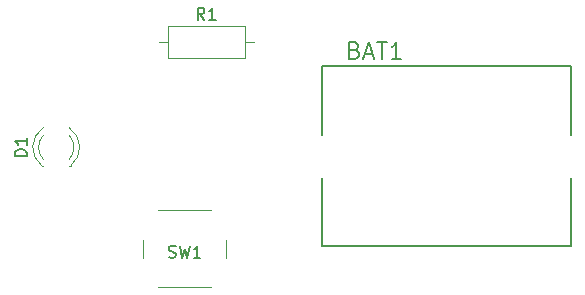
<source format=gbr>
%TF.GenerationSoftware,KiCad,Pcbnew,7.0.8*%
%TF.CreationDate,2023-10-10T10:39:53+02:00*%
%TF.ProjectId,test,74657374-2e6b-4696-9361-645f70636258,rev?*%
%TF.SameCoordinates,Original*%
%TF.FileFunction,Legend,Top*%
%TF.FilePolarity,Positive*%
%FSLAX46Y46*%
G04 Gerber Fmt 4.6, Leading zero omitted, Abs format (unit mm)*
G04 Created by KiCad (PCBNEW 7.0.8) date 2023-10-10 10:39:53*
%MOMM*%
%LPD*%
G01*
G04 APERTURE LIST*
%ADD10C,0.150000*%
%ADD11C,0.127000*%
%ADD12C,0.120000*%
G04 APERTURE END LIST*
D10*
X98925000Y-48928532D02*
X99125000Y-48995199D01*
X99125000Y-48995199D02*
X99191666Y-49061865D01*
X99191666Y-49061865D02*
X99258333Y-49195199D01*
X99258333Y-49195199D02*
X99258333Y-49395199D01*
X99258333Y-49395199D02*
X99191666Y-49528532D01*
X99191666Y-49528532D02*
X99125000Y-49595199D01*
X99125000Y-49595199D02*
X98991666Y-49661865D01*
X98991666Y-49661865D02*
X98458333Y-49661865D01*
X98458333Y-49661865D02*
X98458333Y-48261865D01*
X98458333Y-48261865D02*
X98925000Y-48261865D01*
X98925000Y-48261865D02*
X99058333Y-48328532D01*
X99058333Y-48328532D02*
X99125000Y-48395199D01*
X99125000Y-48395199D02*
X99191666Y-48528532D01*
X99191666Y-48528532D02*
X99191666Y-48661865D01*
X99191666Y-48661865D02*
X99125000Y-48795199D01*
X99125000Y-48795199D02*
X99058333Y-48861865D01*
X99058333Y-48861865D02*
X98925000Y-48928532D01*
X98925000Y-48928532D02*
X98458333Y-48928532D01*
X99791666Y-49261865D02*
X100458333Y-49261865D01*
X99658333Y-49661865D02*
X100125000Y-48261865D01*
X100125000Y-48261865D02*
X100591666Y-49661865D01*
X100858333Y-48261865D02*
X101658333Y-48261865D01*
X101258333Y-49661865D02*
X101258333Y-48261865D01*
X102858333Y-49661865D02*
X102058333Y-49661865D01*
X102458333Y-49661865D02*
X102458333Y-48261865D01*
X102458333Y-48261865D02*
X102325000Y-48461865D01*
X102325000Y-48461865D02*
X102191667Y-48595199D01*
X102191667Y-48595199D02*
X102058333Y-48661865D01*
X83196667Y-66447200D02*
X83339524Y-66494819D01*
X83339524Y-66494819D02*
X83577619Y-66494819D01*
X83577619Y-66494819D02*
X83672857Y-66447200D01*
X83672857Y-66447200D02*
X83720476Y-66399580D01*
X83720476Y-66399580D02*
X83768095Y-66304342D01*
X83768095Y-66304342D02*
X83768095Y-66209104D01*
X83768095Y-66209104D02*
X83720476Y-66113866D01*
X83720476Y-66113866D02*
X83672857Y-66066247D01*
X83672857Y-66066247D02*
X83577619Y-66018628D01*
X83577619Y-66018628D02*
X83387143Y-65971009D01*
X83387143Y-65971009D02*
X83291905Y-65923390D01*
X83291905Y-65923390D02*
X83244286Y-65875771D01*
X83244286Y-65875771D02*
X83196667Y-65780533D01*
X83196667Y-65780533D02*
X83196667Y-65685295D01*
X83196667Y-65685295D02*
X83244286Y-65590057D01*
X83244286Y-65590057D02*
X83291905Y-65542438D01*
X83291905Y-65542438D02*
X83387143Y-65494819D01*
X83387143Y-65494819D02*
X83625238Y-65494819D01*
X83625238Y-65494819D02*
X83768095Y-65542438D01*
X84101429Y-65494819D02*
X84339524Y-66494819D01*
X84339524Y-66494819D02*
X84530000Y-65780533D01*
X84530000Y-65780533D02*
X84720476Y-66494819D01*
X84720476Y-66494819D02*
X84958572Y-65494819D01*
X85863333Y-66494819D02*
X85291905Y-66494819D01*
X85577619Y-66494819D02*
X85577619Y-65494819D01*
X85577619Y-65494819D02*
X85482381Y-65637676D01*
X85482381Y-65637676D02*
X85387143Y-65732914D01*
X85387143Y-65732914D02*
X85291905Y-65780533D01*
X86193333Y-46344819D02*
X85860000Y-45868628D01*
X85621905Y-46344819D02*
X85621905Y-45344819D01*
X85621905Y-45344819D02*
X86002857Y-45344819D01*
X86002857Y-45344819D02*
X86098095Y-45392438D01*
X86098095Y-45392438D02*
X86145714Y-45440057D01*
X86145714Y-45440057D02*
X86193333Y-45535295D01*
X86193333Y-45535295D02*
X86193333Y-45678152D01*
X86193333Y-45678152D02*
X86145714Y-45773390D01*
X86145714Y-45773390D02*
X86098095Y-45821009D01*
X86098095Y-45821009D02*
X86002857Y-45868628D01*
X86002857Y-45868628D02*
X85621905Y-45868628D01*
X87145714Y-46344819D02*
X86574286Y-46344819D01*
X86860000Y-46344819D02*
X86860000Y-45344819D01*
X86860000Y-45344819D02*
X86764762Y-45487676D01*
X86764762Y-45487676D02*
X86669524Y-45582914D01*
X86669524Y-45582914D02*
X86574286Y-45630533D01*
X71154819Y-57888094D02*
X70154819Y-57888094D01*
X70154819Y-57888094D02*
X70154819Y-57649999D01*
X70154819Y-57649999D02*
X70202438Y-57507142D01*
X70202438Y-57507142D02*
X70297676Y-57411904D01*
X70297676Y-57411904D02*
X70392914Y-57364285D01*
X70392914Y-57364285D02*
X70583390Y-57316666D01*
X70583390Y-57316666D02*
X70726247Y-57316666D01*
X70726247Y-57316666D02*
X70916723Y-57364285D01*
X70916723Y-57364285D02*
X71011961Y-57411904D01*
X71011961Y-57411904D02*
X71107200Y-57507142D01*
X71107200Y-57507142D02*
X71154819Y-57649999D01*
X71154819Y-57649999D02*
X71154819Y-57888094D01*
X71154819Y-56364285D02*
X71154819Y-56935713D01*
X71154819Y-56649999D02*
X70154819Y-56649999D01*
X70154819Y-56649999D02*
X70297676Y-56745237D01*
X70297676Y-56745237D02*
X70392914Y-56840475D01*
X70392914Y-56840475D02*
X70440533Y-56935713D01*
D11*
%TO.C,BAT1*%
X96140000Y-56090999D02*
X96140000Y-50290999D01*
X96140000Y-50290999D02*
X117220000Y-50290999D01*
X117220000Y-50290999D02*
X117220000Y-56090999D01*
X96140000Y-59730999D02*
X96140000Y-65530999D01*
X96140000Y-65530999D02*
X117220000Y-65530999D01*
X117220000Y-65530999D02*
X117220000Y-59730999D01*
D12*
%TO.C,SW1*%
X88030000Y-66500000D02*
X88030000Y-65000000D01*
X86780000Y-62500000D02*
X82280000Y-62500000D01*
X81030000Y-65000000D02*
X81030000Y-66500000D01*
X82280000Y-69000000D02*
X86780000Y-69000000D01*
%TO.C,R1*%
X90400000Y-48260000D02*
X89630000Y-48260000D01*
X82320000Y-48260000D02*
X83090000Y-48260000D01*
X83090000Y-46890000D02*
X83090000Y-49630000D01*
X89630000Y-49630000D02*
X89630000Y-46890000D01*
X83090000Y-49630000D02*
X89630000Y-49630000D01*
X89630000Y-46890000D02*
X83090000Y-46890000D01*
%TO.C,D1*%
X72424000Y-58710000D02*
X72580000Y-58710000D01*
X74740000Y-58710000D02*
X74896000Y-58710000D01*
X72581392Y-55477666D02*
G75*
G03*
X72424485Y-58709999I1078608J-1672334D01*
G01*
X72580164Y-56108871D02*
G75*
G03*
X72580001Y-58190960I1079836J-1041129D01*
G01*
X74739999Y-58190960D02*
G75*
G03*
X74739836Y-56108871I-1079999J1040960D01*
G01*
X74895515Y-58709999D02*
G75*
G03*
X74738608Y-55477666I-1235515J1559999D01*
G01*
%TD*%
M02*

</source>
